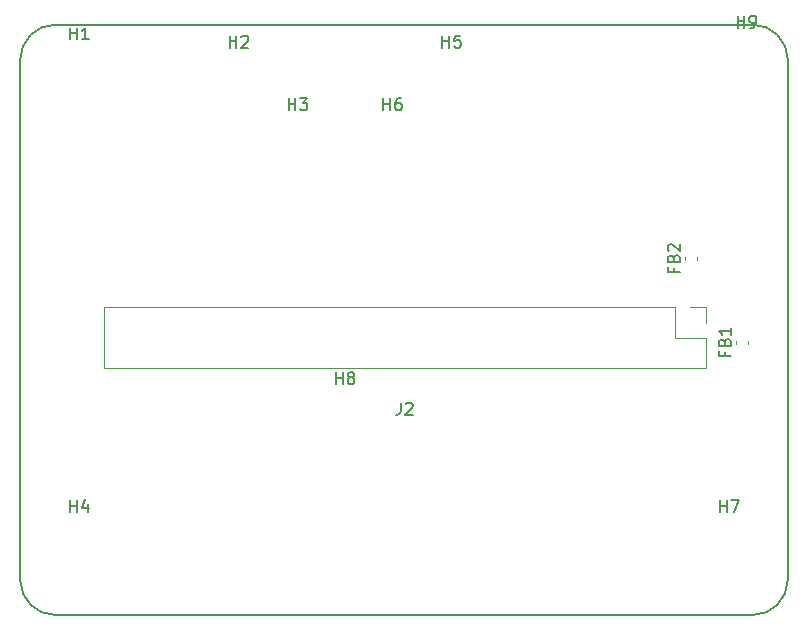
<source format=gbr>
G04 #@! TF.GenerationSoftware,KiCad,Pcbnew,(5.1.5-0)*
G04 #@! TF.CreationDate,2020-10-28T23:15:44-07:00*
G04 #@! TF.ProjectId,Luminometer_RPi,4c756d69-6e6f-46d6-9574-65725f525069,rev?*
G04 #@! TF.SameCoordinates,Original*
G04 #@! TF.FileFunction,Legend,Top*
G04 #@! TF.FilePolarity,Positive*
%FSLAX46Y46*%
G04 Gerber Fmt 4.6, Leading zero omitted, Abs format (unit mm)*
G04 Created by KiCad (PCBNEW (5.1.5-0)) date 2020-10-28 23:15:44*
%MOMM*%
%LPD*%
G04 APERTURE LIST*
%ADD10C,0.150000*%
%ADD11C,0.120000*%
G04 APERTURE END LIST*
D10*
X109500000Y-111500000D02*
G75*
G02X106500000Y-108500000I0J3000000D01*
G01*
X171500000Y-108500000D02*
G75*
G02X168500000Y-111500000I-3000000J0D01*
G01*
X168500000Y-61500000D02*
G75*
G02X171500000Y-64500000I0J-3000000D01*
G01*
X106500000Y-64500000D02*
G75*
G02X109500000Y-61500000I3000000J0D01*
G01*
X106500000Y-108500000D02*
X106500000Y-64500000D01*
X168500000Y-111500000D02*
X109500000Y-111500000D01*
X171500000Y-64500000D02*
X171500000Y-108500000D01*
X109500000Y-61500000D02*
X168500000Y-61500000D01*
D11*
X163832000Y-81468279D02*
X163832000Y-81142721D01*
X162812000Y-81468279D02*
X162812000Y-81142721D01*
X168150000Y-88580279D02*
X168150000Y-88254721D01*
X167130000Y-88580279D02*
X167130000Y-88254721D01*
X164529900Y-86738000D02*
X164529900Y-85408000D01*
X164529900Y-85408000D02*
X163199900Y-85408000D01*
X164529900Y-88008000D02*
X161929900Y-88008000D01*
X161929900Y-88008000D02*
X161929900Y-85408000D01*
X161929900Y-85408000D02*
X113609900Y-85408000D01*
X113609900Y-90608000D02*
X113609900Y-85408000D01*
X164529900Y-90608000D02*
X113609900Y-90608000D01*
X164529900Y-90608000D02*
X164529900Y-88008000D01*
D10*
X167238095Y-61752380D02*
X167238095Y-60752380D01*
X167238095Y-61228571D02*
X167809523Y-61228571D01*
X167809523Y-61752380D02*
X167809523Y-60752380D01*
X168333333Y-61752380D02*
X168523809Y-61752380D01*
X168619047Y-61704761D01*
X168666666Y-61657142D01*
X168761904Y-61514285D01*
X168809523Y-61323809D01*
X168809523Y-60942857D01*
X168761904Y-60847619D01*
X168714285Y-60800000D01*
X168619047Y-60752380D01*
X168428571Y-60752380D01*
X168333333Y-60800000D01*
X168285714Y-60847619D01*
X168238095Y-60942857D01*
X168238095Y-61180952D01*
X168285714Y-61276190D01*
X168333333Y-61323809D01*
X168428571Y-61371428D01*
X168619047Y-61371428D01*
X168714285Y-61323809D01*
X168761904Y-61276190D01*
X168809523Y-61180952D01*
X133238095Y-91952380D02*
X133238095Y-90952380D01*
X133238095Y-91428571D02*
X133809523Y-91428571D01*
X133809523Y-91952380D02*
X133809523Y-90952380D01*
X134428571Y-91380952D02*
X134333333Y-91333333D01*
X134285714Y-91285714D01*
X134238095Y-91190476D01*
X134238095Y-91142857D01*
X134285714Y-91047619D01*
X134333333Y-91000000D01*
X134428571Y-90952380D01*
X134619047Y-90952380D01*
X134714285Y-91000000D01*
X134761904Y-91047619D01*
X134809523Y-91142857D01*
X134809523Y-91190476D01*
X134761904Y-91285714D01*
X134714285Y-91333333D01*
X134619047Y-91380952D01*
X134428571Y-91380952D01*
X134333333Y-91428571D01*
X134285714Y-91476190D01*
X134238095Y-91571428D01*
X134238095Y-91761904D01*
X134285714Y-91857142D01*
X134333333Y-91904761D01*
X134428571Y-91952380D01*
X134619047Y-91952380D01*
X134714285Y-91904761D01*
X134761904Y-91857142D01*
X134809523Y-91761904D01*
X134809523Y-91571428D01*
X134761904Y-91476190D01*
X134714285Y-91428571D01*
X134619047Y-91380952D01*
X161820571Y-82138833D02*
X161820571Y-82472166D01*
X162344380Y-82472166D02*
X161344380Y-82472166D01*
X161344380Y-81995976D01*
X161820571Y-81281690D02*
X161868190Y-81138833D01*
X161915809Y-81091214D01*
X162011047Y-81043595D01*
X162153904Y-81043595D01*
X162249142Y-81091214D01*
X162296761Y-81138833D01*
X162344380Y-81234071D01*
X162344380Y-81615023D01*
X161344380Y-81615023D01*
X161344380Y-81281690D01*
X161392000Y-81186452D01*
X161439619Y-81138833D01*
X161534857Y-81091214D01*
X161630095Y-81091214D01*
X161725333Y-81138833D01*
X161772952Y-81186452D01*
X161820571Y-81281690D01*
X161820571Y-81615023D01*
X161439619Y-80662642D02*
X161392000Y-80615023D01*
X161344380Y-80519785D01*
X161344380Y-80281690D01*
X161392000Y-80186452D01*
X161439619Y-80138833D01*
X161534857Y-80091214D01*
X161630095Y-80091214D01*
X161772952Y-80138833D01*
X162344380Y-80710261D01*
X162344380Y-80091214D01*
X166138571Y-89250833D02*
X166138571Y-89584166D01*
X166662380Y-89584166D02*
X165662380Y-89584166D01*
X165662380Y-89107976D01*
X166138571Y-88393690D02*
X166186190Y-88250833D01*
X166233809Y-88203214D01*
X166329047Y-88155595D01*
X166471904Y-88155595D01*
X166567142Y-88203214D01*
X166614761Y-88250833D01*
X166662380Y-88346071D01*
X166662380Y-88727023D01*
X165662380Y-88727023D01*
X165662380Y-88393690D01*
X165710000Y-88298452D01*
X165757619Y-88250833D01*
X165852857Y-88203214D01*
X165948095Y-88203214D01*
X166043333Y-88250833D01*
X166090952Y-88298452D01*
X166138571Y-88393690D01*
X166138571Y-88727023D01*
X166662380Y-87203214D02*
X166662380Y-87774642D01*
X166662380Y-87488928D02*
X165662380Y-87488928D01*
X165805238Y-87584166D01*
X165900476Y-87679404D01*
X165948095Y-87774642D01*
X138731666Y-93518380D02*
X138731666Y-94232666D01*
X138684047Y-94375523D01*
X138588809Y-94470761D01*
X138445952Y-94518380D01*
X138350714Y-94518380D01*
X139160238Y-93613619D02*
X139207857Y-93566000D01*
X139303095Y-93518380D01*
X139541190Y-93518380D01*
X139636428Y-93566000D01*
X139684047Y-93613619D01*
X139731666Y-93708857D01*
X139731666Y-93804095D01*
X139684047Y-93946952D01*
X139112619Y-94518380D01*
X139731666Y-94518380D01*
X165738095Y-102752380D02*
X165738095Y-101752380D01*
X165738095Y-102228571D02*
X166309523Y-102228571D01*
X166309523Y-102752380D02*
X166309523Y-101752380D01*
X166690476Y-101752380D02*
X167357142Y-101752380D01*
X166928571Y-102752380D01*
X137238095Y-68752380D02*
X137238095Y-67752380D01*
X137238095Y-68228571D02*
X137809523Y-68228571D01*
X137809523Y-68752380D02*
X137809523Y-67752380D01*
X138714285Y-67752380D02*
X138523809Y-67752380D01*
X138428571Y-67800000D01*
X138380952Y-67847619D01*
X138285714Y-67990476D01*
X138238095Y-68180952D01*
X138238095Y-68561904D01*
X138285714Y-68657142D01*
X138333333Y-68704761D01*
X138428571Y-68752380D01*
X138619047Y-68752380D01*
X138714285Y-68704761D01*
X138761904Y-68657142D01*
X138809523Y-68561904D01*
X138809523Y-68323809D01*
X138761904Y-68228571D01*
X138714285Y-68180952D01*
X138619047Y-68133333D01*
X138428571Y-68133333D01*
X138333333Y-68180952D01*
X138285714Y-68228571D01*
X138238095Y-68323809D01*
X142238095Y-63452380D02*
X142238095Y-62452380D01*
X142238095Y-62928571D02*
X142809523Y-62928571D01*
X142809523Y-63452380D02*
X142809523Y-62452380D01*
X143761904Y-62452380D02*
X143285714Y-62452380D01*
X143238095Y-62928571D01*
X143285714Y-62880952D01*
X143380952Y-62833333D01*
X143619047Y-62833333D01*
X143714285Y-62880952D01*
X143761904Y-62928571D01*
X143809523Y-63023809D01*
X143809523Y-63261904D01*
X143761904Y-63357142D01*
X143714285Y-63404761D01*
X143619047Y-63452380D01*
X143380952Y-63452380D01*
X143285714Y-63404761D01*
X143238095Y-63357142D01*
X110738095Y-102752380D02*
X110738095Y-101752380D01*
X110738095Y-102228571D02*
X111309523Y-102228571D01*
X111309523Y-102752380D02*
X111309523Y-101752380D01*
X112214285Y-102085714D02*
X112214285Y-102752380D01*
X111976190Y-101704761D02*
X111738095Y-102419047D01*
X112357142Y-102419047D01*
X129238095Y-68752380D02*
X129238095Y-67752380D01*
X129238095Y-68228571D02*
X129809523Y-68228571D01*
X129809523Y-68752380D02*
X129809523Y-67752380D01*
X130190476Y-67752380D02*
X130809523Y-67752380D01*
X130476190Y-68133333D01*
X130619047Y-68133333D01*
X130714285Y-68180952D01*
X130761904Y-68228571D01*
X130809523Y-68323809D01*
X130809523Y-68561904D01*
X130761904Y-68657142D01*
X130714285Y-68704761D01*
X130619047Y-68752380D01*
X130333333Y-68752380D01*
X130238095Y-68704761D01*
X130190476Y-68657142D01*
X124238095Y-63452380D02*
X124238095Y-62452380D01*
X124238095Y-62928571D02*
X124809523Y-62928571D01*
X124809523Y-63452380D02*
X124809523Y-62452380D01*
X125238095Y-62547619D02*
X125285714Y-62500000D01*
X125380952Y-62452380D01*
X125619047Y-62452380D01*
X125714285Y-62500000D01*
X125761904Y-62547619D01*
X125809523Y-62642857D01*
X125809523Y-62738095D01*
X125761904Y-62880952D01*
X125190476Y-63452380D01*
X125809523Y-63452380D01*
X110738095Y-62752380D02*
X110738095Y-61752380D01*
X110738095Y-62228571D02*
X111309523Y-62228571D01*
X111309523Y-62752380D02*
X111309523Y-61752380D01*
X112309523Y-62752380D02*
X111738095Y-62752380D01*
X112023809Y-62752380D02*
X112023809Y-61752380D01*
X111928571Y-61895238D01*
X111833333Y-61990476D01*
X111738095Y-62038095D01*
M02*

</source>
